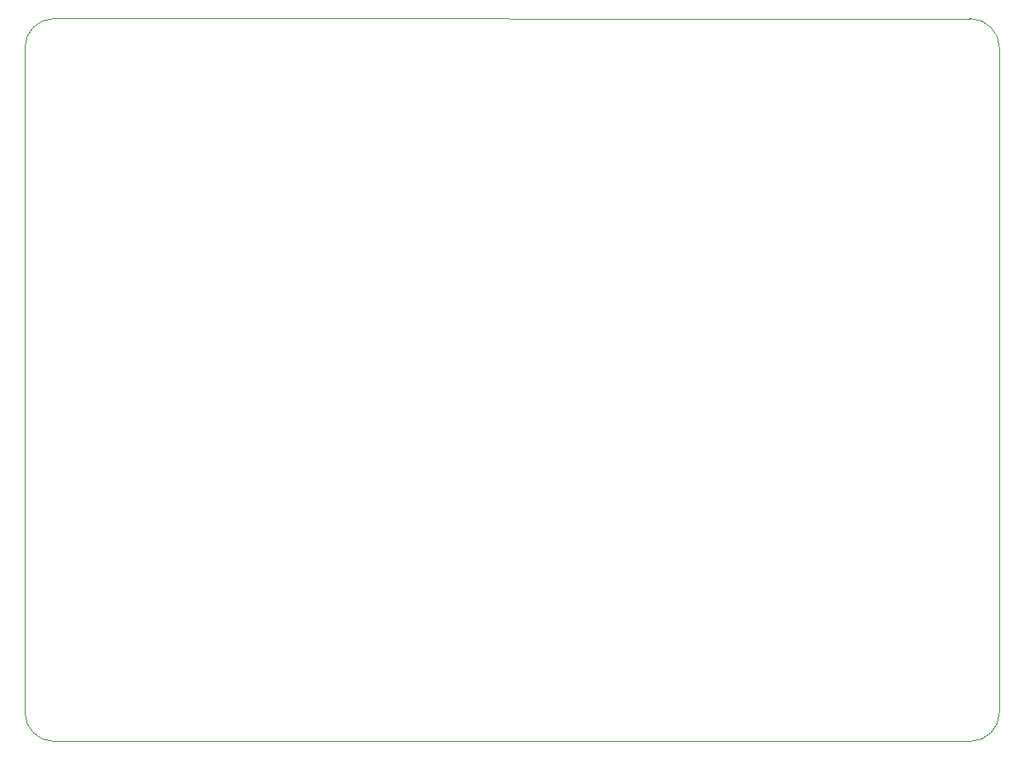
<source format=gm1>
G04 #@! TF.GenerationSoftware,KiCad,Pcbnew,(7.0.0)*
G04 #@! TF.CreationDate,2023-06-14T17:50:15+02:00*
G04 #@! TF.ProjectId,Switch ETHERNET,53776974-6368-4204-9554-4845524e4554,rev?*
G04 #@! TF.SameCoordinates,Original*
G04 #@! TF.FileFunction,Profile,NP*
%FSLAX46Y46*%
G04 Gerber Fmt 4.6, Leading zero omitted, Abs format (unit mm)*
G04 Created by KiCad (PCBNEW (7.0.0)) date 2023-06-14 17:50:15*
%MOMM*%
%LPD*%
G01*
G04 APERTURE LIST*
G04 #@! TA.AperFunction,Profile*
%ADD10C,0.100000*%
G04 #@! TD*
G04 APERTURE END LIST*
D10*
X150000000Y-97000000D02*
G75*
G03*
X153000000Y-100000000I3000000J0D01*
G01*
X247000000Y-100000000D02*
G75*
G03*
X250000000Y-97000000I0J3000000D01*
G01*
X153000000Y-100000000D02*
X247000000Y-100000000D01*
X250000000Y-97000000D02*
X249990000Y-28760000D01*
X150000000Y-97000000D02*
X150000000Y-28750000D01*
X246990000Y-25760000D02*
X153000000Y-25750000D01*
X249990000Y-28760000D02*
G75*
G03*
X246990000Y-25760000I-3000000J0D01*
G01*
X153000000Y-25750000D02*
G75*
G03*
X150000000Y-28750000I0J-3000000D01*
G01*
M02*

</source>
